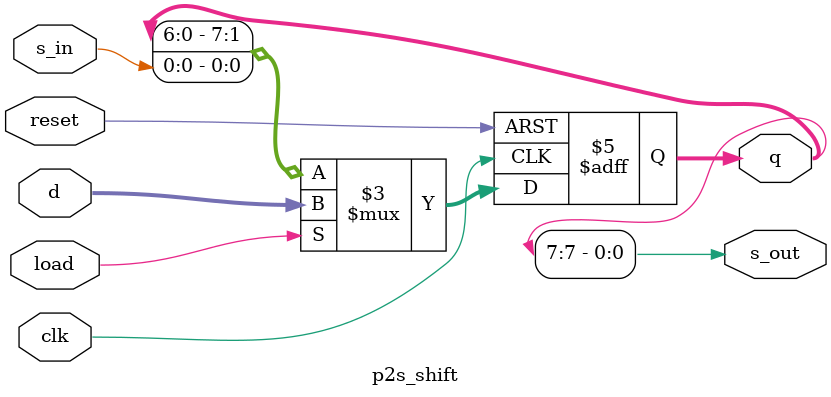
<source format=sv>
module p2s_shift #(parameter N = 8) (
	input logic clk,
	input logic reset,
	input logic load,
	input logic s_in,
	input logic [N-1:0] d,
	output logic [N-1:0] q,
	output logic s_out
	);
	
always_ff @(posedge clk, posedge reset)
	if (reset)
		q <= 0;
	else if (load)
		q <= d;
	else
		q <= {q[N-2:0], s_in};
		
assign s_out = q[N-1];

endmodule
</source>
